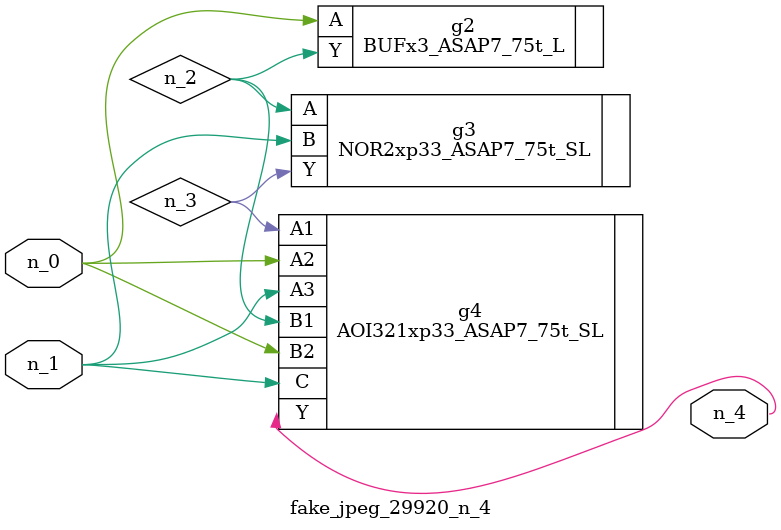
<source format=v>
module fake_jpeg_29920_n_4 (n_0, n_1, n_4);

input n_0;
input n_1;

output n_4;

wire n_2;
wire n_3;

BUFx3_ASAP7_75t_L g2 ( 
.A(n_0),
.Y(n_2)
);

NOR2xp33_ASAP7_75t_SL g3 ( 
.A(n_2),
.B(n_1),
.Y(n_3)
);

AOI321xp33_ASAP7_75t_SL g4 ( 
.A1(n_3),
.A2(n_0),
.A3(n_1),
.B1(n_2),
.B2(n_0),
.C(n_1),
.Y(n_4)
);


endmodule
</source>
